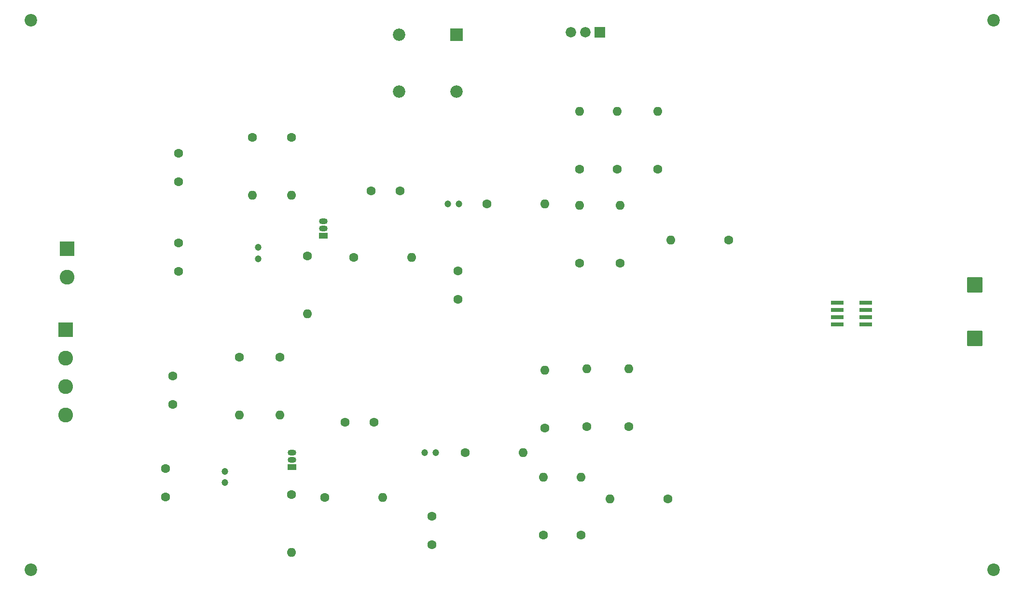
<source format=gts>
%TF.GenerationSoftware,KiCad,Pcbnew,7.0.7*%
%TF.CreationDate,2024-02-14T20:27:21-06:00*%
%TF.ProjectId,Custom Loop Controller,43757374-6f6d-4204-9c6f-6f7020436f6e,rev?*%
%TF.SameCoordinates,Original*%
%TF.FileFunction,Soldermask,Top*%
%TF.FilePolarity,Negative*%
%FSLAX46Y46*%
G04 Gerber Fmt 4.6, Leading zero omitted, Abs format (unit mm)*
G04 Created by KiCad (PCBNEW 7.0.7) date 2024-02-14 20:27:21*
%MOMM*%
%LPD*%
G01*
G04 APERTURE LIST*
G04 Aperture macros list*
%AMRoundRect*
0 Rectangle with rounded corners*
0 $1 Rounding radius*
0 $2 $3 $4 $5 $6 $7 $8 $9 X,Y pos of 4 corners*
0 Add a 4 corners polygon primitive as box body*
4,1,4,$2,$3,$4,$5,$6,$7,$8,$9,$2,$3,0*
0 Add four circle primitives for the rounded corners*
1,1,$1+$1,$2,$3*
1,1,$1+$1,$4,$5*
1,1,$1+$1,$6,$7*
1,1,$1+$1,$8,$9*
0 Add four rect primitives between the rounded corners*
20,1,$1+$1,$2,$3,$4,$5,0*
20,1,$1+$1,$4,$5,$6,$7,0*
20,1,$1+$1,$6,$7,$8,$9,0*
20,1,$1+$1,$8,$9,$2,$3,0*%
G04 Aperture macros list end*
%ADD10C,1.600000*%
%ADD11O,1.600000X1.600000*%
%ADD12C,1.200000*%
%ADD13C,2.200000*%
%ADD14R,2.600000X2.600000*%
%ADD15C,2.600000*%
%ADD16R,1.500000X1.050000*%
%ADD17O,1.500000X1.050000*%
%ADD18RoundRect,0.102000X-0.990600X-0.266700X0.990600X-0.266700X0.990600X0.266700X-0.990600X0.266700X0*%
%ADD19RoundRect,0.250000X-1.125000X-1.125000X1.125000X-1.125000X1.125000X1.125000X-1.125000X1.125000X0*%
%ADD20R,1.830000X1.830000*%
%ADD21C,1.830000*%
%ADD22R,2.175000X2.175000*%
%ADD23C,2.175000*%
G04 APERTURE END LIST*
D10*
%TO.C,R-Gain2*%
X111252000Y-127000000D03*
D11*
X121412000Y-127000000D03*
%TD*%
D10*
%TO.C,R7*%
X163068000Y-85852000D03*
D11*
X163068000Y-75692000D03*
%TD*%
D10*
%TO.C,CB-Out1*%
X119460000Y-73152000D03*
X124460000Y-73152000D03*
%TD*%
%TO.C,RB2*%
X96266000Y-102362000D03*
D11*
X96266000Y-112522000D03*
%TD*%
D12*
%TO.C,C5*%
X132858000Y-75438000D03*
X134858000Y-75438000D03*
%TD*%
D10*
%TO.C,C2*%
X83312000Y-121960000D03*
X83312000Y-126960000D03*
%TD*%
D12*
%TO.C,C6*%
X128794000Y-119126000D03*
X130794000Y-119126000D03*
%TD*%
D10*
%TO.C,RC2*%
X103378000Y-102362000D03*
D11*
X103378000Y-112522000D03*
%TD*%
D10*
%TO.C,R12*%
X182118000Y-81788000D03*
D11*
X171958000Y-81788000D03*
%TD*%
D10*
%TO.C,CB-BC2*%
X84582000Y-105704000D03*
X84582000Y-110704000D03*
%TD*%
%TO.C,CB-BC1*%
X85598000Y-66588000D03*
X85598000Y-71588000D03*
%TD*%
D13*
%TO.C,H3*%
X228600000Y-139700000D03*
%TD*%
%TO.C,H2*%
X59690000Y-139700000D03*
%TD*%
D10*
%TO.C,R8*%
X157226000Y-114554000D03*
D11*
X157226000Y-104394000D03*
%TD*%
D10*
%TO.C,CB-E2*%
X130048000Y-130342000D03*
X130048000Y-135342000D03*
%TD*%
%TO.C,R2*%
X135890000Y-119126000D03*
D11*
X146050000Y-119126000D03*
%TD*%
D14*
%TO.C,J2*%
X66040000Y-83298000D03*
D15*
X66040000Y-88298000D03*
%TD*%
D10*
%TO.C,RC1*%
X105410000Y-63754000D03*
D11*
X105410000Y-73914000D03*
%TD*%
D10*
%TO.C,R1*%
X139700000Y-75438000D03*
D11*
X149860000Y-75438000D03*
%TD*%
D15*
%TO.C,J1*%
X65786000Y-112522000D03*
X65786000Y-107522000D03*
X65786000Y-102522000D03*
D14*
X65786000Y-97522000D03*
%TD*%
D10*
%TO.C,R6*%
X155956000Y-69342000D03*
D11*
X155956000Y-59182000D03*
%TD*%
D16*
%TO.C,Q1*%
X110998000Y-81026000D03*
D17*
X110998000Y-79756000D03*
X110998000Y-78486000D03*
%TD*%
D10*
%TO.C,RB1*%
X98552000Y-63754000D03*
D11*
X98552000Y-73914000D03*
%TD*%
D10*
%TO.C,R13*%
X171450000Y-127254000D03*
D11*
X161290000Y-127254000D03*
%TD*%
D10*
%TO.C,RE1*%
X108204000Y-84582000D03*
D11*
X108204000Y-94742000D03*
%TD*%
D10*
%TO.C,CB-E1*%
X134620000Y-87202000D03*
X134620000Y-92202000D03*
%TD*%
%TO.C,R11*%
X164592000Y-114554000D03*
D11*
X164592000Y-104394000D03*
%TD*%
D10*
%TO.C,RE2*%
X105410000Y-126492000D03*
D11*
X105410000Y-136652000D03*
%TD*%
D16*
%TO.C,Q2*%
X105516000Y-121666000D03*
D17*
X105516000Y-120396000D03*
X105516000Y-119126000D03*
%TD*%
D18*
%TO.C,U1*%
X201244200Y-92837000D03*
X201244200Y-94107000D03*
X201244200Y-95377000D03*
X201244200Y-96647000D03*
X206171800Y-96647000D03*
X206171800Y-95377000D03*
X206171800Y-94107000D03*
X206171800Y-92837000D03*
%TD*%
D10*
%TO.C,R10*%
X162560000Y-69342000D03*
D11*
X162560000Y-59182000D03*
%TD*%
D19*
%TO.C,J3*%
X225298000Y-89662000D03*
%TD*%
D10*
%TO.C,R14*%
X169672000Y-69342000D03*
D11*
X169672000Y-59182000D03*
%TD*%
D12*
%TO.C,C3*%
X99568000Y-83090000D03*
X99568000Y-85090000D03*
%TD*%
D10*
%TO.C,C1*%
X85598000Y-82336000D03*
X85598000Y-87336000D03*
%TD*%
D13*
%TO.C,H1*%
X59690000Y-43180000D03*
%TD*%
D20*
%TO.C,IC1*%
X159512000Y-45299000D03*
D21*
X156972000Y-45299000D03*
X154432000Y-45299000D03*
%TD*%
D12*
%TO.C,C4*%
X93726000Y-122428000D03*
X93726000Y-124428000D03*
%TD*%
D10*
%TO.C,R5*%
X149606000Y-133604000D03*
D11*
X149606000Y-123444000D03*
%TD*%
D10*
%TO.C,R4*%
X149860000Y-114808000D03*
D11*
X149860000Y-104648000D03*
%TD*%
D10*
%TO.C,R3*%
X155956000Y-85852000D03*
D11*
X155956000Y-75692000D03*
%TD*%
D10*
%TO.C,R-Gain1*%
X116332000Y-84836000D03*
D11*
X126492000Y-84836000D03*
%TD*%
D19*
%TO.C,J4*%
X225298000Y-99060000D03*
%TD*%
D13*
%TO.C,H4*%
X228600000Y-43180000D03*
%TD*%
D22*
%TO.C,L1*%
X134366000Y-45720000D03*
D23*
X124366000Y-45720000D03*
X124366000Y-55720000D03*
X134366000Y-55720000D03*
%TD*%
D10*
%TO.C,CB-Out2*%
X114888000Y-113792000D03*
X119888000Y-113792000D03*
%TD*%
%TO.C,R9*%
X156210000Y-133604000D03*
D11*
X156210000Y-123444000D03*
%TD*%
M02*

</source>
